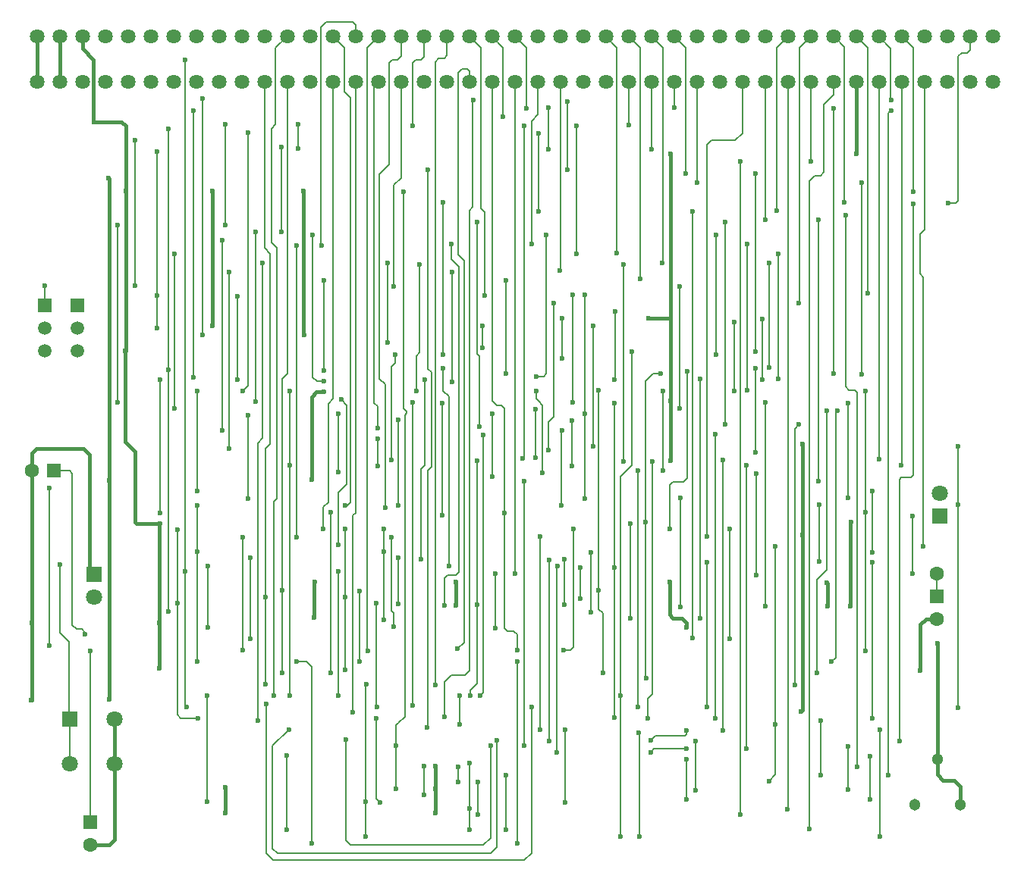
<source format=gbr>
%TF.GenerationSoftware,KiCad,Pcbnew,8.0.3*%
%TF.CreationDate,2024-07-14T08:49:10+02:00*%
%TF.ProjectId,ARIII,41524949-492e-46b6-9963-61645f706362,rev?*%
%TF.SameCoordinates,Original*%
%TF.FileFunction,Copper,L2,Bot*%
%TF.FilePolarity,Positive*%
%FSLAX46Y46*%
G04 Gerber Fmt 4.6, Leading zero omitted, Abs format (unit mm)*
G04 Created by KiCad (PCBNEW 8.0.3) date 2024-07-14 08:49:10*
%MOMM*%
%LPD*%
G01*
G04 APERTURE LIST*
%TA.AperFunction,ComponentPad*%
%ADD10C,1.303000*%
%TD*%
%TA.AperFunction,ComponentPad*%
%ADD11R,1.500000X1.500000*%
%TD*%
%TA.AperFunction,ComponentPad*%
%ADD12C,1.600000*%
%TD*%
%TA.AperFunction,ComponentPad*%
%ADD13C,1.500000*%
%TD*%
%TA.AperFunction,ComponentPad*%
%ADD14R,1.600000X1.600000*%
%TD*%
%TA.AperFunction,ComponentPad*%
%ADD15R,1.800000X1.800000*%
%TD*%
%TA.AperFunction,ComponentPad*%
%ADD16C,1.800000*%
%TD*%
%TA.AperFunction,ComponentPad*%
%ADD17C,1.635000*%
%TD*%
%TA.AperFunction,ViaPad*%
%ADD18C,0.600000*%
%TD*%
%TA.AperFunction,Conductor*%
%ADD19C,0.200000*%
%TD*%
%TA.AperFunction,Conductor*%
%ADD20C,0.400000*%
%TD*%
G04 APERTURE END LIST*
D10*
%TO.P,VR1,1,CCW*%
%TO.N,+5V*%
X191090000Y-125000000D03*
%TO.P,VR1,2,WIPER*%
X188550000Y-119920000D03*
%TO.P,VR1,3,CW*%
%TO.N,Net-(U11-DIS)*%
X186010000Y-125000000D03*
%TD*%
D11*
%TO.P,SW2,1,B*%
%TO.N,Net-(D1-K)*%
X188500000Y-101690000D03*
D12*
%TO.P,SW2,2,C*%
%TO.N,GND*%
X188500000Y-104230000D03*
%TO.P,SW2,3,A*%
%TO.N,Net-(D1-K)*%
X188500000Y-99150000D03*
%TD*%
D11*
%TO.P,Q2,1,D*%
%TO.N,/A22*%
X88900000Y-69200000D03*
D13*
%TO.P,Q2,2,G*%
%TO.N,Net-(Q1-G)*%
X88900000Y-71740000D03*
%TO.P,Q2,3,S*%
%TO.N,+5V*%
X88900000Y-74280000D03*
%TD*%
D14*
%TO.P,C1,1*%
%TO.N,Net-(U11-DIS)*%
X94000000Y-126944888D03*
D12*
%TO.P,C1,2*%
%TO.N,GND*%
X94000000Y-129444888D03*
%TD*%
D15*
%TO.P,D2,1,K*%
%TO.N,GND*%
X94450000Y-99225000D03*
D16*
%TO.P,D2,2,A*%
%TO.N,Net-(D2-A)*%
X94450000Y-101765000D03*
%TD*%
D11*
%TO.P,Q1,1,D*%
%TO.N,/A22*%
X92600000Y-69200000D03*
D13*
%TO.P,Q1,2,G*%
%TO.N,Net-(Q1-G)*%
X92600000Y-71740000D03*
%TO.P,Q1,3,S*%
%TO.N,+5V*%
X92600000Y-74280000D03*
%TD*%
D15*
%TO.P,SW1,1,1*%
%TO.N,Net-(U3-I6)*%
X91677500Y-115377500D03*
D16*
%TO.P,SW1,2,2*%
%TO.N,GND*%
X96677500Y-115377500D03*
%TO.P,SW1,3,3*%
%TO.N,Net-(U3-I6)*%
X91677500Y-120377500D03*
%TO.P,SW1,4,4*%
%TO.N,GND*%
X96677500Y-120377500D03*
%TD*%
D17*
%TO.P,CN1,1,1*%
%TO.N,GND*%
X88060000Y-39120000D03*
%TO.P,CN1,2,2*%
X88060000Y-44200000D03*
%TO.P,CN1,3,3*%
X90600000Y-39120000D03*
%TO.P,CN1,4,4*%
X90600000Y-44200000D03*
%TO.P,CN1,5,5*%
%TO.N,+5V*%
X93140000Y-39120000D03*
%TO.P,CN1,6,6*%
%TO.N,unconnected-(CN1-Pad6)*%
X93140000Y-44200000D03*
%TO.P,CN1,7,7*%
%TO.N,unconnected-(CN1-Pad7)*%
X95680000Y-39120000D03*
%TO.P,CN1,8,8*%
%TO.N,unconnected-(CN1-Pad8)*%
X95680000Y-44200000D03*
%TO.P,CN1,9,9*%
%TO.N,unconnected-(CN1-Pad9)*%
X98220000Y-39120000D03*
%TO.P,CN1,10,10*%
%TO.N,unconnected-(CN1-Pad10)*%
X98220000Y-44200000D03*
%TO.P,CN1,11,11*%
%TO.N,unconnected-(CN1-Pad11)*%
X100760000Y-39120000D03*
%TO.P,CN1,12,12*%
%TO.N,unconnected-(CN1-Pad12)*%
X100760000Y-44200000D03*
%TO.P,CN1,13,13*%
%TO.N,unconnected-(CN1-Pad13)*%
X103300000Y-39120000D03*
%TO.P,CN1,14,14*%
%TO.N,unconnected-(CN1-Pad14)*%
X103300000Y-44200000D03*
%TO.P,CN1,15,15*%
%TO.N,unconnected-(CN1-Pad15)*%
X105840000Y-39120000D03*
%TO.P,CN1,16,16*%
%TO.N,unconnected-(CN1-Pad16)*%
X105840000Y-44200000D03*
%TO.P,CN1,17,17*%
%TO.N,unconnected-(CN1-Pad17)*%
X108380000Y-39120000D03*
%TO.P,CN1,18,18*%
%TO.N,unconnected-(CN1-Pad18)*%
X108380000Y-44200000D03*
%TO.P,CN1,19,19*%
%TO.N,unconnected-(CN1-Pad19)*%
X110920000Y-39120000D03*
%TO.P,CN1,20,20*%
%TO.N,unconnected-(CN1-Pad20)*%
X110920000Y-44200000D03*
%TO.P,CN1,21,21*%
%TO.N,unconnected-(CN1-Pad21)*%
X113460000Y-39120000D03*
%TO.P,CN1,22,22*%
%TO.N,/A5*%
X113460000Y-44200000D03*
%TO.P,CN1,23,23*%
%TO.N,/A4*%
X116000000Y-39120000D03*
%TO.P,CN1,24,24*%
%TO.N,/A6*%
X116000000Y-44200000D03*
%TO.P,CN1,25,25*%
%TO.N,/A3*%
X118540000Y-39120000D03*
%TO.P,CN1,26,26*%
%TO.N,unconnected-(CN1-Pad26)*%
X118540000Y-44200000D03*
%TO.P,CN1,27,27*%
%TO.N,/A7*%
X121080000Y-39120000D03*
%TO.P,CN1,28,28*%
%TO.N,/A2*%
X121080000Y-44200000D03*
%TO.P,CN1,29,29*%
%TO.N,/A8*%
X123620000Y-39120000D03*
%TO.P,CN1,30,30*%
%TO.N,/A1*%
X123620000Y-44200000D03*
%TO.P,CN1,31,31*%
%TO.N,/A9*%
X126160000Y-39120000D03*
%TO.P,CN1,32,32*%
%TO.N,/~{FC0}*%
X126160000Y-44200000D03*
%TO.P,CN1,33,33*%
%TO.N,/A10*%
X128700000Y-39120000D03*
%TO.P,CN1,34,34*%
%TO.N,/~{FC1}*%
X128700000Y-44200000D03*
%TO.P,CN1,35,35*%
%TO.N,/A11*%
X131240000Y-39120000D03*
%TO.P,CN1,36,36*%
%TO.N,unconnected-(CN1-Pad36)*%
X131240000Y-44200000D03*
%TO.P,CN1,37,37*%
%TO.N,/A12*%
X133780000Y-39120000D03*
%TO.P,CN1,38,38*%
%TO.N,unconnected-(CN1-Pad38)*%
X133780000Y-44200000D03*
%TO.P,CN1,39,39*%
%TO.N,/~{IPL0}*%
X136320000Y-39120000D03*
%TO.P,CN1,40,40*%
%TO.N,/A13*%
X136320000Y-44200000D03*
%TO.P,CN1,41,41*%
%TO.N,/~{IPL1}*%
X138860000Y-39120000D03*
%TO.P,CN1,42,42*%
%TO.N,/A14*%
X138860000Y-44200000D03*
%TO.P,CN1,43,43*%
%TO.N,/~{IPL2}*%
X141400000Y-39120000D03*
%TO.P,CN1,44,44*%
%TO.N,/A15*%
X141400000Y-44200000D03*
%TO.P,CN1,45,45*%
%TO.N,unconnected-(CN1-Pad45)*%
X143940000Y-39120000D03*
%TO.P,CN1,46,46*%
%TO.N,/A16*%
X143940000Y-44200000D03*
%TO.P,CN1,47,47*%
%TO.N,unconnected-(CN1-Pad47)*%
X146480000Y-39120000D03*
%TO.P,CN1,48,48*%
%TO.N,/A17*%
X146480000Y-44200000D03*
%TO.P,CN1,49,49*%
%TO.N,unconnected-(CN1-Pad49)*%
X149020000Y-39120000D03*
%TO.P,CN1,50,50*%
%TO.N,unconnected-(CN1-Pad50)*%
X149020000Y-44200000D03*
%TO.P,CN1,51,51*%
%TO.N,/A18*%
X151560000Y-39120000D03*
%TO.P,CN1,52,52*%
%TO.N,unconnected-(CN1-Pad52)*%
X151560000Y-44200000D03*
%TO.P,CN1,53,53*%
%TO.N,/A19*%
X154100000Y-39120000D03*
%TO.P,CN1,54,54*%
%TO.N,/~{RST}*%
X154100000Y-44200000D03*
%TO.P,CN1,55,55*%
%TO.N,/A20*%
X156640000Y-39120000D03*
%TO.P,CN1,56,56*%
%TO.N,/~{HLT}*%
X156640000Y-44200000D03*
%TO.P,CN1,57,57*%
%TO.N,/A21*%
X159180000Y-39120000D03*
%TO.P,CN1,58,58*%
%TO.N,/A22*%
X159180000Y-44200000D03*
%TO.P,CN1,59,59*%
%TO.N,unconnected-(CN1-Pad59)*%
X161720000Y-39120000D03*
%TO.P,CN1,60,60*%
%TO.N,/A23*%
X161720000Y-44200000D03*
%TO.P,CN1,61,61*%
%TO.N,unconnected-(CN1-Pad61)*%
X164260000Y-39120000D03*
%TO.P,CN1,62,62*%
%TO.N,unconnected-(CN1-Pad62)*%
X164260000Y-44200000D03*
%TO.P,CN1,63,63*%
%TO.N,unconnected-(CN1-Pad63)*%
X166800000Y-39120000D03*
%TO.P,CN1,64,64*%
%TO.N,/D15*%
X166800000Y-44200000D03*
%TO.P,CN1,65,65*%
%TO.N,unconnected-(CN1-Pad65)*%
X169340000Y-39120000D03*
%TO.P,CN1,66,66*%
%TO.N,/D14*%
X169340000Y-44200000D03*
%TO.P,CN1,67,67*%
%TO.N,/R_W*%
X171880000Y-39120000D03*
%TO.P,CN1,68,68*%
%TO.N,/D13*%
X171880000Y-44200000D03*
%TO.P,CN1,69,69*%
%TO.N,/~{LDS}*%
X174420000Y-39120000D03*
%TO.P,CN1,70,70*%
%TO.N,/D12*%
X174420000Y-44200000D03*
%TO.P,CN1,71,71*%
%TO.N,/~{UDS}*%
X176960000Y-39120000D03*
%TO.P,CN1,72,72*%
%TO.N,/D11*%
X176960000Y-44200000D03*
%TO.P,CN1,73,73*%
%TO.N,/~{AS}*%
X179500000Y-39120000D03*
%TO.P,CN1,74,74*%
%TO.N,GND*%
X179500000Y-44200000D03*
%TO.P,CN1,75,75*%
%TO.N,/D10*%
X182040000Y-39120000D03*
%TO.P,CN1,76,76*%
%TO.N,/D0*%
X182040000Y-44200000D03*
%TO.P,CN1,77,77*%
%TO.N,/D9*%
X184580000Y-39120000D03*
%TO.P,CN1,78,78*%
%TO.N,/D1*%
X184580000Y-44200000D03*
%TO.P,CN1,79,79*%
%TO.N,/D8*%
X187120000Y-39120000D03*
%TO.P,CN1,80,80*%
%TO.N,/D2*%
X187120000Y-44200000D03*
%TO.P,CN1,81,81*%
%TO.N,/D7*%
X189660000Y-39120000D03*
%TO.P,CN1,82,82*%
%TO.N,/D3*%
X189660000Y-44200000D03*
%TO.P,CN1,83,83*%
%TO.N,/D6*%
X192200000Y-39120000D03*
%TO.P,CN1,84,84*%
%TO.N,/D4*%
X192200000Y-44200000D03*
%TO.P,CN1,85,85*%
%TO.N,/D5*%
X194740000Y-39120000D03*
%TO.P,CN1,86,86*%
%TO.N,unconnected-(CN1-Pad86)*%
X194740000Y-44200000D03*
%TD*%
D14*
%TO.P,C6,1*%
%TO.N,Net-(D3-K)*%
X89950000Y-87650000D03*
D12*
%TO.P,C6,2*%
%TO.N,GND*%
X87450000Y-87650000D03*
%TD*%
D15*
%TO.P,D1,1,K*%
%TO.N,Net-(D1-K)*%
X188850000Y-92700000D03*
D16*
%TO.P,D1,2,A*%
%TO.N,Net-(D1-A)*%
X188850000Y-90160000D03*
%TD*%
D18*
%TO.N,Net-(U3-I6)*%
X133300000Y-80050000D03*
X90600000Y-98100000D03*
X133300000Y-92650000D03*
%TO.N,Net-(U10-~{CE})*%
X127200000Y-73300000D03*
X113250000Y-64400000D03*
X127150000Y-64400000D03*
X112700000Y-115600000D03*
%TO.N,Net-(U2-IO1)*%
X118850000Y-61250000D03*
X163850000Y-61250000D03*
X163850000Y-74700000D03*
X143800000Y-77100000D03*
X120100000Y-77650000D03*
X144900000Y-61250000D03*
%TO.N,/A5*%
X122450000Y-109850000D03*
X113600000Y-111500000D03*
X156100000Y-110850000D03*
X122450000Y-94100000D03*
X122450000Y-101750000D03*
X113600000Y-101750000D03*
X156000000Y-93400000D03*
X157700000Y-76800000D03*
%TO.N,/A8*%
X165350000Y-94150000D03*
X158650000Y-94150000D03*
X127850000Y-105050000D03*
X117050000Y-62500000D03*
X160650000Y-76500000D03*
X117050000Y-95100000D03*
X119850000Y-62500000D03*
X146800000Y-107700000D03*
X111050000Y-95100000D03*
X147900000Y-94150000D03*
X165350000Y-106450000D03*
X127650000Y-95100000D03*
X111050000Y-107685000D03*
%TO.N,/~{IPL2}*%
X106550000Y-46050000D03*
X106550000Y-72450000D03*
X142700000Y-47150000D03*
%TO.N,/A15*%
X141400000Y-99150000D03*
X139200000Y-99150000D03*
X168300000Y-99300000D03*
X139200000Y-105200000D03*
X107150000Y-105150000D03*
X107150000Y-98250000D03*
X168300000Y-87950000D03*
%TO.N,GND*%
X158750000Y-86550000D03*
X158750000Y-79800000D03*
X179500000Y-52250000D03*
X132500000Y-123200000D03*
X186650000Y-110000000D03*
X96000000Y-54950000D03*
X132500000Y-125900000D03*
X109100000Y-123050000D03*
X120100000Y-78850000D03*
X109100000Y-125900000D03*
X96100000Y-113200000D03*
X87450000Y-104650000D03*
X173350000Y-114550000D03*
X132500000Y-120650000D03*
X87400000Y-113300000D03*
X156300000Y-70600000D03*
X96100000Y-88700000D03*
X173500000Y-94850000D03*
X158750000Y-52250000D03*
X173500000Y-84650000D03*
X118700000Y-88600000D03*
%TO.N,+5V*%
X188550000Y-106950000D03*
X107650000Y-71450000D03*
X158650000Y-100050000D03*
X134800000Y-102700000D03*
X176250000Y-100150000D03*
X97950000Y-56400000D03*
X94400000Y-48650000D03*
X119100000Y-100050000D03*
X101700000Y-104600000D03*
X117850000Y-72500000D03*
X160550000Y-105150000D03*
X101750000Y-93550000D03*
X117800000Y-56400000D03*
X118950000Y-104050000D03*
X176300000Y-102800000D03*
X178850000Y-102800000D03*
X97880000Y-74280000D03*
X134800000Y-100050000D03*
X178900000Y-93350000D03*
X107650000Y-56400000D03*
X101700000Y-109700000D03*
%TO.N,/~{OE}*%
X116250000Y-87000000D03*
X116300000Y-112765000D03*
X116300000Y-78750000D03*
X137550000Y-112750000D03*
X137850000Y-83650000D03*
X138850000Y-81300000D03*
X138850000Y-88300000D03*
%TO.N,Net-(U4-IO4)*%
X153500000Y-64600000D03*
X130750000Y-64600000D03*
X130400000Y-78750000D03*
X156750000Y-86600000D03*
X153500000Y-86600000D03*
X156200000Y-115300000D03*
%TO.N,Net-(U4-IO5)*%
X130000000Y-80000000D03*
X129950000Y-113900000D03*
%TO.N,/A1*%
X147000000Y-116600000D03*
X125900000Y-115300000D03*
X126350000Y-124700000D03*
X163750000Y-115350000D03*
X163750000Y-83600000D03*
X123300000Y-114650000D03*
X147000000Y-124700000D03*
%TO.N,Net-(U4-IO8)*%
X181300000Y-115350000D03*
X122050000Y-79650000D03*
X181300000Y-97850000D03*
X121700000Y-95900000D03*
%TO.N,/A16*%
X133500000Y-102700000D03*
X167350000Y-78650000D03*
X167350000Y-62300000D03*
X169350000Y-80000000D03*
X169350000Y-102750000D03*
X143250000Y-62300000D03*
X134300000Y-62300000D03*
%TO.N,Net-(U2-I8)*%
X126050000Y-87100000D03*
X147800000Y-82050000D03*
X147800000Y-87150000D03*
X126050000Y-84050000D03*
%TO.N,Net-(U2-I9)*%
X128350000Y-91500000D03*
X146600000Y-91500000D03*
X146650000Y-83150000D03*
X128350000Y-81950000D03*
%TO.N,Net-(U3-IO4)*%
X121700000Y-87750000D03*
X121700000Y-81300000D03*
X143750000Y-78750000D03*
X144500000Y-87900000D03*
%TO.N,/A9*%
X118700000Y-129250000D03*
X124950000Y-107750000D03*
X176700000Y-109000000D03*
X141650000Y-109000000D03*
X177400000Y-80950000D03*
X141650000Y-129250000D03*
X117000000Y-108950000D03*
%TO.N,Net-(U2-IO7)*%
X120100000Y-76450000D03*
X140400000Y-66350000D03*
X143700000Y-86200000D03*
X140400000Y-76750000D03*
X143700000Y-80800000D03*
X120100000Y-66350000D03*
%TO.N,Net-(U2-IO8)*%
X150100000Y-71450000D03*
X137800000Y-73900000D03*
X150100000Y-84900000D03*
X137800000Y-71450000D03*
%TO.N,Net-(U3-IO2)*%
X146700000Y-70600000D03*
X146700000Y-75100000D03*
%TO.N,Net-(U3-I03)*%
X152500000Y-77500000D03*
X152550000Y-69850000D03*
%TO.N,Net-(U3-I5)*%
X134350000Y-77700000D03*
X109500000Y-85200000D03*
X134350000Y-65400000D03*
X109500000Y-65400000D03*
%TO.N,Net-(U2-IO6)*%
X137200000Y-59850000D03*
X164850000Y-59850000D03*
X164850000Y-82500000D03*
X137450000Y-82700000D03*
%TO.N,Net-(U3-IO5)*%
X147850000Y-80020000D03*
X147850000Y-67950000D03*
%TO.N,/~{FC0}*%
X126050000Y-82850000D03*
%TO.N,/A17*%
X146450000Y-65300000D03*
%TO.N,Net-(U1-IO8)*%
X168250000Y-76200000D03*
X168250000Y-85600000D03*
%TO.N,Net-(U1-IO2)*%
X169000000Y-77500000D03*
X169000000Y-70650000D03*
%TO.N,/A18*%
X170800000Y-77400000D03*
X170800000Y-63400000D03*
X152800000Y-63350000D03*
%TO.N,Net-(U1-IO1)*%
X165850000Y-71050000D03*
X165850000Y-78750000D03*
%TO.N,Net-(Q1-G)*%
X101450000Y-52000000D03*
X101450000Y-71700000D03*
X101450000Y-68100000D03*
%TO.N,Net-(D1-K)*%
X185750000Y-99100000D03*
X181300000Y-89950000D03*
X185750000Y-92700000D03*
X105900000Y-78700000D03*
X105900000Y-89950000D03*
X181300000Y-96800000D03*
%TO.N,/A19*%
X155400000Y-66200000D03*
%TO.N,/A10*%
X120850000Y-92300000D03*
X120850000Y-110200000D03*
X175150000Y-110250000D03*
X176225000Y-80925000D03*
X126900000Y-91750000D03*
%TO.N,/~{FC1}*%
X159750000Y-67050000D03*
X127900000Y-67050000D03*
X159750000Y-80650000D03*
%TO.N,Net-(U5-I7)*%
X97050000Y-60200000D03*
X117200000Y-51600000D03*
X117200000Y-48950000D03*
X109100000Y-60200000D03*
X109100000Y-48950000D03*
X97050000Y-80000000D03*
%TO.N,Net-(U5-IO5)*%
X112500000Y-79950000D03*
X112500000Y-60950000D03*
X115300000Y-60950000D03*
X115300000Y-51450000D03*
%TO.N,Net-(U5-IO6)*%
X108700000Y-61900000D03*
X108700000Y-83150000D03*
%TO.N,/A11*%
X190850000Y-91400000D03*
X143250000Y-114050000D03*
X137150000Y-102600000D03*
X113650000Y-113700000D03*
X130000000Y-49100000D03*
X175350000Y-91400000D03*
X137150000Y-86500000D03*
X142300000Y-86300000D03*
X146950000Y-102600000D03*
X142400000Y-49100000D03*
X190850000Y-114100000D03*
X136450000Y-112750000D03*
X162850000Y-114000000D03*
X175350000Y-97750000D03*
X146950000Y-97550000D03*
X190850000Y-84950000D03*
X162850000Y-97850000D03*
%TO.N,/A12*%
X172650000Y-111550000D03*
X173100000Y-82500000D03*
X132550000Y-111550000D03*
%TO.N,/~{IPL0}*%
X138050000Y-68100000D03*
X110450000Y-77450000D03*
X110450000Y-68150000D03*
%TO.N,/~{RST}*%
X103400000Y-63450000D03*
X148250000Y-63450000D03*
X148250000Y-49100000D03*
X103400000Y-80700000D03*
X154150000Y-49050000D03*
%TO.N,/A13*%
X159850000Y-90650000D03*
X159850000Y-102850000D03*
X178600000Y-90650000D03*
X128400000Y-102550000D03*
X149850000Y-96750000D03*
X135000000Y-107550000D03*
X149850000Y-103450000D03*
X178600000Y-80100000D03*
X111900000Y-106400000D03*
X111900000Y-97400000D03*
X128400000Y-97400000D03*
%TO.N,/A20*%
X169750000Y-64400000D03*
X169750000Y-76100000D03*
X157850000Y-64400000D03*
%TO.N,/~{IPL1}*%
X105550000Y-77200000D03*
X105550000Y-47400000D03*
X140100000Y-48100000D03*
%TO.N,/A14*%
X141650000Y-107650000D03*
X140200000Y-92350000D03*
X180500000Y-107750000D03*
X180500000Y-78700000D03*
X180500000Y-92250000D03*
%TO.N,/~{HLT}*%
X156650000Y-51700000D03*
X111050000Y-78700000D03*
X111600000Y-49850000D03*
%TO.N,/A21*%
X160500000Y-54400000D03*
X168250000Y-74300000D03*
X168250000Y-54400000D03*
%TO.N,/A22*%
X159200000Y-47100000D03*
X99000000Y-50700000D03*
X176950000Y-76800000D03*
X145150000Y-47100000D03*
X88900000Y-67000000D03*
X145150000Y-51750000D03*
X99000000Y-67000000D03*
X177000000Y-47150000D03*
%TO.N,Net-(U11-DIS)*%
X94000000Y-107800000D03*
%TO.N,Net-(D3-A)*%
X89450000Y-107150000D03*
X101750000Y-77450000D03*
X89400000Y-89600000D03*
X101750000Y-92400000D03*
%TO.N,Net-(D3-K)*%
X93400000Y-105900000D03*
%TO.N,/A23*%
X161700000Y-55450000D03*
X180100000Y-76850000D03*
X180100000Y-55450000D03*
%TO.N,/D15*%
X144250000Y-116600000D03*
X139400000Y-117750000D03*
X116150000Y-116550000D03*
X144250000Y-94950000D03*
X162850000Y-94950000D03*
%TO.N,/A3*%
X135200000Y-112750000D03*
X121650000Y-98900000D03*
X121650000Y-112750000D03*
X157900000Y-78750000D03*
X135250000Y-115950000D03*
X104550000Y-41700000D03*
X157900000Y-87600000D03*
X155150000Y-87600000D03*
X104550000Y-98900000D03*
X104750000Y-114050000D03*
X155150000Y-114050000D03*
%TO.N,/A4*%
X154450000Y-74300000D03*
X124750000Y-124650000D03*
X107000000Y-112750000D03*
X153200000Y-112750000D03*
X153200000Y-128550000D03*
X124750000Y-128550000D03*
X114450000Y-112750000D03*
X124800000Y-111500000D03*
X107000000Y-124650000D03*
%TO.N,/A6*%
X115400000Y-110250000D03*
X124050000Y-101050000D03*
X124050000Y-108950000D03*
X115400000Y-101000000D03*
X150750000Y-78650000D03*
X151200000Y-110200000D03*
X150750000Y-101000000D03*
%TO.N,/A7*%
X126750000Y-94150000D03*
X105950000Y-91550000D03*
X154300000Y-93550000D03*
X162050000Y-104100000D03*
X154300000Y-104100000D03*
X105950000Y-96700000D03*
X126750000Y-96700000D03*
X105950000Y-108950000D03*
X122450000Y-91550000D03*
X126750000Y-104300000D03*
X162050000Y-77400000D03*
%TO.N,/A2*%
X152500000Y-98500000D03*
X152500000Y-115250000D03*
X106000000Y-115300000D03*
X120000000Y-94150000D03*
X148700000Y-98500000D03*
X103700000Y-94200000D03*
X152500000Y-80050000D03*
X103700000Y-102450000D03*
X148700000Y-101950000D03*
X125950000Y-102400000D03*
X126010000Y-114040000D03*
%TO.N,/D14*%
X175250000Y-59600000D03*
X122500000Y-117700000D03*
X142400000Y-88800000D03*
X138700000Y-118350000D03*
X175250000Y-88800000D03*
X169340000Y-59560000D03*
X142400000Y-118350000D03*
%TO.N,/R_W*%
X102700000Y-103400000D03*
X102700000Y-49450000D03*
X102700000Y-76400000D03*
X144000000Y-58650000D03*
X144000000Y-49950000D03*
X161200000Y-106350000D03*
X161250000Y-58650000D03*
X170600000Y-58550000D03*
%TO.N,/D13*%
X115900000Y-119450000D03*
X136350000Y-125400000D03*
X115900000Y-127750000D03*
X171850000Y-125450000D03*
X136340000Y-120300000D03*
X136350000Y-127750000D03*
%TO.N,/~{LDS}*%
X145150000Y-85300000D03*
X145750000Y-68900000D03*
X173050000Y-68900000D03*
%TO.N,/D12*%
X137250000Y-122450000D03*
X166550000Y-126100000D03*
X135050000Y-122450000D03*
X137250000Y-126100000D03*
X166550000Y-53100000D03*
X135050000Y-120700000D03*
X174450000Y-53100000D03*
%TO.N,/~{UDS}*%
X178200000Y-57650000D03*
X133400000Y-74700000D03*
X127650000Y-86400000D03*
X133400000Y-57650000D03*
X128050000Y-74700000D03*
%TO.N,/D11*%
X140400000Y-127750000D03*
X174300000Y-127700000D03*
X140400000Y-121650000D03*
%TO.N,/~{AS}*%
X111600000Y-90750000D03*
X180750000Y-67850000D03*
X111600000Y-81450000D03*
X149200000Y-81250000D03*
X149200000Y-90750000D03*
X149200000Y-67950000D03*
%TO.N,/D3*%
X183400000Y-47400000D03*
X175500000Y-121650000D03*
X183100000Y-121650000D03*
X175500000Y-115550000D03*
%TO.N,/D10*%
X131700000Y-54050000D03*
X147250000Y-54050000D03*
X147250000Y-46400000D03*
X131250000Y-123900000D03*
X183400000Y-46200000D03*
X131600000Y-116300000D03*
X131250000Y-120650000D03*
%TO.N,/D8*%
X133500000Y-115100000D03*
X136750000Y-46200000D03*
%TO.N,/D0*%
X131300000Y-77450000D03*
X145200000Y-117850000D03*
X145200000Y-97600000D03*
X156550000Y-117800000D03*
X160580000Y-116630000D03*
X164600000Y-86400000D03*
X182050000Y-86350000D03*
X130900000Y-97550000D03*
X164600000Y-116650000D03*
%TO.N,/D4*%
X179600000Y-120750000D03*
X178300000Y-59050000D03*
%TO.N,/D9*%
X128150000Y-118350000D03*
X128950000Y-56450000D03*
X128150000Y-123150000D03*
X185850000Y-56450000D03*
%TO.N,/D2*%
X187000000Y-96050000D03*
X169750000Y-122300000D03*
X170450000Y-96050000D03*
X170450000Y-116000000D03*
%TO.N,/D7*%
X182100000Y-128550000D03*
X182100000Y-116600000D03*
X155300000Y-128550000D03*
X155250000Y-116900000D03*
%TO.N,/D6*%
X189800000Y-57750000D03*
X185900000Y-57800000D03*
X184300000Y-117850000D03*
X161600000Y-123350000D03*
X161600000Y-117850000D03*
X178600000Y-123300000D03*
X178600000Y-118400000D03*
%TO.N,/D1*%
X146100000Y-119100000D03*
X160550000Y-118700000D03*
X133400000Y-76200000D03*
X167250000Y-87050000D03*
X146150000Y-98300000D03*
X134050000Y-98300000D03*
X156550000Y-119100000D03*
X184500000Y-87050000D03*
X167250000Y-118700000D03*
%TO.N,/D5*%
X181050000Y-124350000D03*
X160550000Y-119850000D03*
X181050000Y-119500000D03*
X160550000Y-124350000D03*
%TD*%
D19*
%TO.N,/A8*%
X127850000Y-103500000D02*
X127850000Y-105050000D01*
X127650000Y-103300000D02*
X127850000Y-103500000D01*
%TO.N,Net-(U3-I6)*%
X91677500Y-120377500D02*
X91677500Y-115377500D01*
X133300000Y-92650000D02*
X133300000Y-80050000D01*
X90600000Y-98100000D02*
X90600000Y-105700000D01*
X90600000Y-105700000D02*
X91650000Y-106750000D01*
X91650000Y-106750000D02*
X91650000Y-115350000D01*
X91650000Y-115350000D02*
X91677500Y-115377500D01*
%TO.N,Net-(U10-~{CE})*%
X112700000Y-84550000D02*
X112700000Y-115600000D01*
X127150000Y-64400000D02*
X127200000Y-64450000D01*
X127200000Y-64450000D02*
X127200000Y-73300000D01*
X113250000Y-84000000D02*
X112700000Y-84550000D01*
X113250000Y-64400000D02*
X113250000Y-84000000D01*
%TO.N,Net-(U2-IO1)*%
X118850000Y-77200000D02*
X118850000Y-61250000D01*
X144900000Y-76800000D02*
X144600000Y-77100000D01*
X144600000Y-77100000D02*
X143800000Y-77100000D01*
X163850000Y-61250000D02*
X163850000Y-74700000D01*
X144900000Y-61250000D02*
X144900000Y-76800000D01*
X119300000Y-77650000D02*
X118850000Y-77200000D01*
X120100000Y-77650000D02*
X119300000Y-77650000D01*
%TO.N,/A5*%
X114100000Y-63400000D02*
X113460000Y-62760000D01*
X122450000Y-94100000D02*
X122450000Y-101750000D01*
X156000000Y-77650000D02*
X156000000Y-93400000D01*
X113600000Y-101750000D02*
X113600000Y-85200000D01*
X113600000Y-85200000D02*
X114100000Y-84700000D01*
X156850000Y-76800000D02*
X156000000Y-77650000D01*
X157700000Y-76800000D02*
X156850000Y-76800000D01*
X113460000Y-62760000D02*
X113460000Y-44200000D01*
X156000000Y-110750000D02*
X156100000Y-110850000D01*
X113600000Y-111500000D02*
X113600000Y-101750000D01*
X114100000Y-84700000D02*
X114100000Y-63400000D01*
X156000000Y-93400000D02*
X156000000Y-110750000D01*
X122450000Y-101750000D02*
X122450000Y-109850000D01*
%TO.N,/A8*%
X160650000Y-88500000D02*
X160650000Y-76500000D01*
X160250000Y-88900000D02*
X160650000Y-88500000D01*
X147950000Y-94200000D02*
X147900000Y-94150000D01*
X119850000Y-62500000D02*
X119750000Y-62400000D01*
X127650000Y-95100000D02*
X127650000Y-103300000D01*
X159000000Y-88900000D02*
X160250000Y-88900000D01*
X147950000Y-107350000D02*
X147950000Y-94200000D01*
X165350000Y-94150000D02*
X165350000Y-106450000D01*
X123620000Y-37820000D02*
X123620000Y-39120000D01*
X120350000Y-37500000D02*
X123300000Y-37500000D01*
X123300000Y-37500000D02*
X123620000Y-37820000D01*
X117050000Y-95100000D02*
X117050000Y-62500000D01*
X119750000Y-38100000D02*
X120350000Y-37500000D01*
X111050000Y-107685000D02*
X111050000Y-95100000D01*
X147600000Y-107700000D02*
X147950000Y-107350000D01*
X158650000Y-94150000D02*
X158650000Y-89250000D01*
X146800000Y-107700000D02*
X147600000Y-107700000D01*
X119750000Y-62400000D02*
X119750000Y-38100000D01*
X158650000Y-89250000D02*
X159000000Y-88900000D01*
%TO.N,/~{IPL2}*%
X142700000Y-47150000D02*
X142700000Y-40420000D01*
X142700000Y-40420000D02*
X141400000Y-39120000D01*
X106550000Y-72450000D02*
X106550000Y-46050000D01*
%TO.N,/A15*%
X168300000Y-87950000D02*
X168300000Y-99300000D01*
X139200000Y-99150000D02*
X139200000Y-105200000D01*
X141400000Y-99150000D02*
X141400000Y-44200000D01*
X107150000Y-98250000D02*
X107150000Y-105150000D01*
D20*
%TO.N,GND*%
X93200000Y-85150000D02*
X93900000Y-85850000D01*
X94450000Y-98900000D02*
X94450000Y-99225000D01*
X93900000Y-98350000D02*
X94450000Y-98900000D01*
X90600000Y-39120000D02*
X90600000Y-44200000D01*
X173500000Y-114400000D02*
X173500000Y-94850000D01*
X187270000Y-104230000D02*
X186650000Y-104850000D01*
X158750000Y-70600000D02*
X158750000Y-79800000D01*
X88000000Y-85150000D02*
X93200000Y-85150000D01*
X132500000Y-123200000D02*
X132500000Y-120650000D01*
X158750000Y-70600000D02*
X156300000Y-70600000D01*
X93900000Y-85850000D02*
X93900000Y-98350000D01*
X87450000Y-87650000D02*
X87450000Y-113250000D01*
X173500000Y-94850000D02*
X173500000Y-84650000D01*
X96677500Y-120377500D02*
X96677500Y-128872500D01*
X87450000Y-85700000D02*
X88000000Y-85150000D01*
X179500000Y-44200000D02*
X179500000Y-52250000D01*
X109100000Y-125900000D02*
X109100000Y-123050000D01*
X158750000Y-52250000D02*
X158750000Y-70600000D01*
X96100000Y-88700000D02*
X96100000Y-113200000D01*
X96105112Y-129444888D02*
X94000000Y-129444888D01*
X188500000Y-104230000D02*
X187270000Y-104230000D01*
X96000000Y-54950000D02*
X96101600Y-55051600D01*
X173350000Y-114550000D02*
X173500000Y-114400000D01*
X118700000Y-79400000D02*
X119250000Y-78850000D01*
X96677500Y-128872500D02*
X96105112Y-129444888D01*
X87450000Y-113250000D02*
X87450000Y-104650000D01*
X88060000Y-44200000D02*
X88060000Y-39120000D01*
X96677500Y-115377500D02*
X96677500Y-120377500D01*
X96101600Y-55051600D02*
X96101600Y-88698400D01*
X119250000Y-78850000D02*
X120100000Y-78850000D01*
X96101600Y-88698400D02*
X96100000Y-88700000D01*
X186650000Y-104850000D02*
X186650000Y-110000000D01*
X87450000Y-87650000D02*
X87450000Y-85700000D01*
X132500000Y-123200000D02*
X132500000Y-125900000D01*
X87450000Y-113250000D02*
X87400000Y-113300000D01*
X158750000Y-79800000D02*
X158750000Y-86550000D01*
X118700000Y-88600000D02*
X118700000Y-79400000D01*
%TO.N,+5V*%
X189200000Y-122250000D02*
X188550000Y-121600000D01*
X158650000Y-100050000D02*
X158650000Y-103700000D01*
X118950000Y-100200000D02*
X118950000Y-104050000D01*
X176250000Y-100150000D02*
X176300000Y-100200000D01*
X158650000Y-103700000D02*
X159050000Y-104100000D01*
X99150000Y-93550000D02*
X99000000Y-93400000D01*
X188550000Y-121600000D02*
X188550000Y-119920000D01*
X94357500Y-48607500D02*
X94357500Y-41707500D01*
X97950000Y-49100000D02*
X97500000Y-48650000D01*
X190400000Y-122250000D02*
X189200000Y-122250000D01*
X101750000Y-93550000D02*
X99150000Y-93550000D01*
X191090000Y-125000000D02*
X191090000Y-122940000D01*
X99000000Y-93400000D02*
X99000000Y-85500000D01*
X176300000Y-100200000D02*
X176300000Y-102800000D01*
X93140000Y-40490000D02*
X93140000Y-39120000D01*
X97950000Y-56400000D02*
X97950000Y-49100000D01*
X101700000Y-104600000D02*
X101700000Y-109700000D01*
X97950000Y-74210000D02*
X97880000Y-74280000D01*
X160550000Y-104600000D02*
X160550000Y-105150000D01*
X160050000Y-104100000D02*
X160550000Y-104600000D01*
X94400000Y-48650000D02*
X94357500Y-48607500D01*
X191090000Y-122940000D02*
X190400000Y-122250000D01*
X117800000Y-72450000D02*
X117800000Y-56400000D01*
X97950000Y-56400000D02*
X97950000Y-74210000D01*
X178900000Y-93350000D02*
X178850000Y-93400000D01*
X107650000Y-71450000D02*
X107650000Y-56400000D01*
X178850000Y-93400000D02*
X178850000Y-102800000D01*
X97500000Y-48650000D02*
X94400000Y-48650000D01*
X101750000Y-93550000D02*
X101700000Y-93600000D01*
X134800000Y-102700000D02*
X134800000Y-100050000D01*
X119100000Y-100050000D02*
X118950000Y-100200000D01*
X188550000Y-106950000D02*
X188550000Y-119920000D01*
X101700000Y-93600000D02*
X101700000Y-104600000D01*
X117850000Y-72500000D02*
X117800000Y-72450000D01*
X97880000Y-84380000D02*
X97880000Y-74280000D01*
X94357500Y-41707500D02*
X93140000Y-40490000D01*
X159050000Y-104100000D02*
X160050000Y-104100000D01*
X99000000Y-85500000D02*
X97880000Y-84380000D01*
D19*
%TO.N,/~{OE}*%
X116250000Y-78800000D02*
X116300000Y-78750000D01*
X116250000Y-112715000D02*
X116250000Y-87000000D01*
X116250000Y-87000000D02*
X116250000Y-78800000D01*
X116300000Y-112765000D02*
X116250000Y-112715000D01*
X138850000Y-88300000D02*
X138850000Y-81300000D01*
X137850000Y-112450000D02*
X137550000Y-112750000D01*
X137850000Y-83650000D02*
X137850000Y-112450000D01*
%TO.N,Net-(U4-IO4)*%
X130400000Y-78750000D02*
X130400000Y-74800000D01*
X156750000Y-86600000D02*
X156700000Y-86650000D01*
X130400000Y-74800000D02*
X130750000Y-74450000D01*
X153500000Y-64600000D02*
X153500000Y-86600000D01*
X156700000Y-112600000D02*
X156200000Y-113100000D01*
X156700000Y-86650000D02*
X156700000Y-112600000D01*
X156200000Y-113100000D02*
X156200000Y-115300000D01*
X130750000Y-74450000D02*
X130750000Y-64600000D01*
%TO.N,Net-(U4-IO5)*%
X130000000Y-113850000D02*
X129950000Y-113900000D01*
X130000000Y-80000000D02*
X130000000Y-113850000D01*
%TO.N,/A1*%
X126350000Y-124700000D02*
X125900000Y-124250000D01*
X123300000Y-92650000D02*
X123620000Y-92330000D01*
X123300000Y-114650000D02*
X123300000Y-92650000D01*
X125900000Y-124250000D02*
X125900000Y-115300000D01*
X163750000Y-83600000D02*
X163750000Y-115350000D01*
X147000000Y-124700000D02*
X147000000Y-116600000D01*
X123620000Y-92330000D02*
X123620000Y-44200000D01*
%TO.N,Net-(U4-IO8)*%
X122650000Y-89150000D02*
X121700000Y-90100000D01*
X122050000Y-79650000D02*
X122050000Y-79700000D01*
X122650000Y-81850000D02*
X122650000Y-89150000D01*
X121700000Y-90100000D02*
X121700000Y-95900000D01*
X122050000Y-79700000D02*
X122650000Y-80300000D01*
X181300000Y-97850000D02*
X181300000Y-115350000D01*
X122650000Y-80300000D02*
X122650000Y-81850000D01*
%TO.N,/A16*%
X135150000Y-64850000D02*
X134300000Y-64000000D01*
X143250000Y-62300000D02*
X143250000Y-48550000D01*
X134300000Y-64000000D02*
X134300000Y-62300000D01*
X143250000Y-48550000D02*
X143950000Y-47850000D01*
X143940000Y-47840000D02*
X143940000Y-44200000D01*
X143950000Y-47850000D02*
X143940000Y-47840000D01*
X167350000Y-78650000D02*
X167350000Y-62300000D01*
X133850000Y-99300000D02*
X134850000Y-99300000D01*
X133500000Y-102700000D02*
X133500000Y-99650000D01*
X133500000Y-99650000D02*
X133850000Y-99300000D01*
X135150000Y-99000000D02*
X135150000Y-64850000D01*
X169350000Y-80000000D02*
X169350000Y-102750000D01*
X134850000Y-99300000D02*
X135150000Y-99000000D01*
%TO.N,Net-(U2-I8)*%
X147800000Y-82050000D02*
X147800000Y-87150000D01*
X126050000Y-84050000D02*
X126050000Y-87100000D01*
%TO.N,Net-(U2-I9)*%
X128350000Y-81950000D02*
X128350000Y-91500000D01*
X146600000Y-91500000D02*
X146600000Y-83200000D01*
X146600000Y-83200000D02*
X146650000Y-83150000D01*
%TO.N,Net-(U3-IO4)*%
X144500000Y-80300000D02*
X144000000Y-79800000D01*
X121700000Y-87750000D02*
X121700000Y-81300000D01*
X144000000Y-79800000D02*
X143750000Y-79550000D01*
X144500000Y-87900000D02*
X144500000Y-80300000D01*
X143750000Y-79550000D02*
X143750000Y-78750000D01*
%TO.N,/A9*%
X124900000Y-107700000D02*
X124900000Y-40380000D01*
X124900000Y-40380000D02*
X126160000Y-39120000D01*
X177400000Y-80950000D02*
X177200000Y-81150000D01*
X118700000Y-109550000D02*
X118700000Y-129250000D01*
X118100000Y-108950000D02*
X118700000Y-109550000D01*
X117000000Y-108950000D02*
X118100000Y-108950000D01*
X124950000Y-107750000D02*
X124900000Y-107700000D01*
X177200000Y-81150000D02*
X177200000Y-108500000D01*
X177200000Y-108500000D02*
X176700000Y-109000000D01*
X141650000Y-129250000D02*
X141650000Y-109000000D01*
%TO.N,Net-(U2-IO7)*%
X143700000Y-80800000D02*
X143700000Y-86200000D01*
X120100000Y-76450000D02*
X120100000Y-66350000D01*
X140400000Y-66350000D02*
X140400000Y-76750000D01*
%TO.N,Net-(U2-IO8)*%
X137800000Y-71450000D02*
X137800000Y-73900000D01*
X150100000Y-71450000D02*
X150100000Y-84900000D01*
%TO.N,Net-(U3-IO2)*%
X146700000Y-70600000D02*
X146700000Y-75100000D01*
%TO.N,Net-(U3-I03)*%
X152550000Y-77450000D02*
X152500000Y-77500000D01*
X152550000Y-69850000D02*
X152550000Y-77450000D01*
%TO.N,Net-(U3-I5)*%
X109500000Y-85200000D02*
X109500000Y-65400000D01*
X134350000Y-65400000D02*
X134350000Y-77700000D01*
%TO.N,Net-(U2-IO6)*%
X137450000Y-74850000D02*
X137200000Y-74600000D01*
X164850000Y-59850000D02*
X164850000Y-82500000D01*
X137450000Y-82700000D02*
X137450000Y-74850000D01*
X137200000Y-74600000D02*
X137200000Y-59850000D01*
%TO.N,Net-(U3-IO5)*%
X147850000Y-67950000D02*
X147850000Y-80020000D01*
%TO.N,/~{FC0}*%
X125700000Y-44660000D02*
X126160000Y-44200000D01*
X126050000Y-80450000D02*
X125700000Y-80100000D01*
X125700000Y-80100000D02*
X125700000Y-44660000D01*
X126050000Y-82850000D02*
X126050000Y-80450000D01*
%TO.N,/A17*%
X146480000Y-65270000D02*
X146480000Y-44200000D01*
X146450000Y-65300000D02*
X146480000Y-65270000D01*
%TO.N,Net-(U1-IO8)*%
X168250000Y-76200000D02*
X168250000Y-85600000D01*
%TO.N,Net-(U1-IO2)*%
X169000000Y-77500000D02*
X169000000Y-70650000D01*
%TO.N,/A18*%
X170800000Y-77400000D02*
X170800000Y-63400000D01*
X152800000Y-63350000D02*
X152800000Y-40360000D01*
X152800000Y-40360000D02*
X151560000Y-39120000D01*
%TO.N,Net-(U1-IO1)*%
X165850000Y-78750000D02*
X165850000Y-71050000D01*
%TO.N,Net-(Q1-G)*%
X101450000Y-68100000D02*
X101450000Y-52000000D01*
X101450000Y-71700000D02*
X101450000Y-68100000D01*
%TO.N,Net-(D1-K)*%
X188500000Y-99150000D02*
X188500000Y-101690000D01*
X185750000Y-99100000D02*
X185750000Y-92700000D01*
X181300000Y-89950000D02*
X181300000Y-96800000D01*
X105900000Y-78700000D02*
X105900000Y-89950000D01*
%TO.N,/A19*%
X155400000Y-66200000D02*
X155400000Y-40420000D01*
X155400000Y-40420000D02*
X154100000Y-39120000D01*
%TO.N,/A10*%
X175150000Y-99800000D02*
X176225000Y-98725000D01*
X128700000Y-41350000D02*
X128700000Y-39120000D01*
X120850000Y-110200000D02*
X120850000Y-92300000D01*
X126900000Y-77950000D02*
X126300000Y-77350000D01*
X127700000Y-41750000D02*
X128300000Y-41750000D01*
X127400000Y-42050000D02*
X127700000Y-41750000D01*
X176225000Y-98725000D02*
X176225000Y-80925000D01*
X126900000Y-91750000D02*
X126900000Y-77950000D01*
X126300000Y-77350000D02*
X126300000Y-54550000D01*
X128300000Y-41750000D02*
X128700000Y-41350000D01*
X126300000Y-54550000D02*
X127400000Y-53450000D01*
X175150000Y-110250000D02*
X175150000Y-99800000D01*
X127400000Y-53450000D02*
X127400000Y-42050000D01*
%TO.N,/~{FC1}*%
X159750000Y-80650000D02*
X159750000Y-67050000D01*
X127900000Y-55700000D02*
X128700000Y-54900000D01*
X127900000Y-67050000D02*
X127900000Y-55700000D01*
X128700000Y-54900000D02*
X128700000Y-44200000D01*
%TO.N,Net-(U5-I7)*%
X109100000Y-60200000D02*
X109100000Y-48950000D01*
X97050000Y-80000000D02*
X97050000Y-60200000D01*
X117200000Y-48950000D02*
X117200000Y-51600000D01*
%TO.N,Net-(U5-IO5)*%
X112500000Y-79950000D02*
X112500000Y-60950000D01*
X115300000Y-60950000D02*
X115300000Y-51450000D01*
%TO.N,Net-(U5-IO6)*%
X108700000Y-83150000D02*
X108700000Y-61900000D01*
%TO.N,/A11*%
X136450000Y-112750000D02*
X136450000Y-112150000D01*
X142400000Y-49100000D02*
X142400000Y-86200000D01*
X142400000Y-86200000D02*
X142300000Y-86300000D01*
X136750000Y-111850000D02*
X137150000Y-111450000D01*
X114400000Y-131150000D02*
X113650000Y-130400000D01*
X113650000Y-130400000D02*
X113650000Y-113700000D01*
X137150000Y-86500000D02*
X137150000Y-102600000D01*
X190850000Y-91400000D02*
X190850000Y-84950000D01*
X175350000Y-97750000D02*
X175350000Y-91400000D01*
X162850000Y-97850000D02*
X162850000Y-114000000D01*
X131240000Y-39120000D02*
X131240000Y-41410000D01*
X130950000Y-41700000D02*
X130362500Y-41700000D01*
X131240000Y-41410000D02*
X130950000Y-41700000D01*
X137150000Y-111450000D02*
X137150000Y-102600000D01*
X130000000Y-42062500D02*
X130000000Y-49100000D01*
X146950000Y-102600000D02*
X146950000Y-97550000D01*
X142450000Y-131150000D02*
X114400000Y-131150000D01*
X143250000Y-114050000D02*
X143250000Y-130350000D01*
X143250000Y-130350000D02*
X142450000Y-131150000D01*
X136450000Y-112150000D02*
X136750000Y-111850000D01*
X190850000Y-91400000D02*
X190850000Y-114100000D01*
X130362500Y-41700000D02*
X130000000Y-42062500D01*
%TO.N,/A12*%
X133500000Y-41550000D02*
X133800000Y-41250000D01*
X132900000Y-41550000D02*
X133500000Y-41550000D01*
X132550000Y-111550000D02*
X132500000Y-111500000D01*
X172650000Y-82950000D02*
X172650000Y-111550000D01*
X133780000Y-41230000D02*
X133780000Y-39120000D01*
X132500000Y-111500000D02*
X132500000Y-41950000D01*
X133800000Y-41250000D02*
X133780000Y-41230000D01*
X132500000Y-41950000D02*
X132900000Y-41550000D01*
X173100000Y-82500000D02*
X172650000Y-82950000D01*
%TO.N,/~{IPL0}*%
X137600000Y-58300000D02*
X137600000Y-40400000D01*
X138050000Y-68100000D02*
X138050000Y-58750000D01*
X110450000Y-77450000D02*
X110450000Y-68150000D01*
X138050000Y-58750000D02*
X137600000Y-58300000D01*
X137600000Y-40400000D02*
X136320000Y-39120000D01*
%TO.N,/~{RST}*%
X103400000Y-80700000D02*
X103400000Y-63450000D01*
X148250000Y-63450000D02*
X148250000Y-49100000D01*
X154150000Y-49050000D02*
X154150000Y-44250000D01*
X154150000Y-44250000D02*
X154100000Y-44200000D01*
%TO.N,/A13*%
X135000000Y-107550000D02*
X135750000Y-106800000D01*
X149850000Y-103450000D02*
X149850000Y-96750000D01*
X128400000Y-97400000D02*
X128400000Y-102550000D01*
X159850000Y-90650000D02*
X159850000Y-102850000D01*
X135050000Y-43200000D02*
X135500000Y-42750000D01*
X135750000Y-64200000D02*
X135050000Y-63500000D01*
X135750000Y-106800000D02*
X135750000Y-64200000D01*
X135050000Y-63500000D02*
X135050000Y-43200000D01*
X136320000Y-42970000D02*
X136320000Y-44200000D01*
X178600000Y-80100000D02*
X178600000Y-90650000D01*
X136100000Y-42750000D02*
X136320000Y-42970000D01*
X111900000Y-97400000D02*
X111900000Y-106400000D01*
X135500000Y-42750000D02*
X136100000Y-42750000D01*
%TO.N,/A20*%
X157850000Y-64400000D02*
X157900000Y-64350000D01*
X157900000Y-64350000D02*
X157900000Y-40380000D01*
X157900000Y-40380000D02*
X156640000Y-39120000D01*
X169750000Y-76100000D02*
X169750000Y-64400000D01*
%TO.N,/~{IPL1}*%
X105550000Y-77200000D02*
X105550000Y-47400000D01*
X140100000Y-40360000D02*
X138860000Y-39120000D01*
X140100000Y-48100000D02*
X140100000Y-40360000D01*
%TO.N,/A14*%
X140600000Y-105600000D02*
X141300000Y-105600000D01*
X138860000Y-79860000D02*
X138860000Y-44200000D01*
X139850000Y-80350000D02*
X139350000Y-80350000D01*
X180500000Y-78700000D02*
X180500000Y-92250000D01*
X141650000Y-105950000D02*
X141650000Y-107650000D01*
X140200000Y-80700000D02*
X139850000Y-80350000D01*
X141300000Y-105600000D02*
X141350000Y-105650000D01*
X140200000Y-92350000D02*
X140200000Y-105200000D01*
X140200000Y-92350000D02*
X140200000Y-80700000D01*
X139350000Y-80350000D02*
X138860000Y-79860000D01*
X141350000Y-105650000D02*
X141650000Y-105950000D01*
X180500000Y-92250000D02*
X180500000Y-107750000D01*
X140200000Y-105200000D02*
X140600000Y-105600000D01*
%TO.N,/~{HLT}*%
X111050000Y-78700000D02*
X111600000Y-78150000D01*
X156650000Y-51700000D02*
X156640000Y-51690000D01*
X156640000Y-51690000D02*
X156640000Y-44200000D01*
X111600000Y-76550000D02*
X111600000Y-49850000D01*
X111600000Y-78150000D02*
X111600000Y-76550000D01*
%TO.N,/A21*%
X160450000Y-40390000D02*
X159180000Y-39120000D01*
X168250000Y-74300000D02*
X168250000Y-54400000D01*
X160500000Y-54400000D02*
X160450000Y-54350000D01*
X160450000Y-54350000D02*
X160450000Y-40390000D01*
%TO.N,/A22*%
X176950000Y-47200000D02*
X177000000Y-47150000D01*
X176950000Y-76800000D02*
X176950000Y-47200000D01*
X145150000Y-47100000D02*
X145150000Y-51750000D01*
X99000000Y-50700000D02*
X99000000Y-67000000D01*
X159200000Y-47100000D02*
X159180000Y-47080000D01*
X88900000Y-67000000D02*
X88900000Y-69200000D01*
X159180000Y-47080000D02*
X159180000Y-44200000D01*
%TO.N,Net-(U11-DIS)*%
X94000000Y-107800000D02*
X94000000Y-127044888D01*
%TO.N,Net-(D3-A)*%
X89450000Y-107150000D02*
X89450000Y-89650000D01*
X101750000Y-77450000D02*
X101750000Y-92400000D01*
X89450000Y-89650000D02*
X89400000Y-89600000D01*
%TO.N,Net-(D3-K)*%
X92450000Y-105350000D02*
X92000000Y-104900000D01*
X93050000Y-105350000D02*
X92450000Y-105350000D01*
X93400000Y-105700000D02*
X93050000Y-105350000D01*
X93400000Y-105900000D02*
X93400000Y-105700000D01*
X92000000Y-104900000D02*
X92000000Y-87950000D01*
X92000000Y-87950000D02*
X91700000Y-87650000D01*
X91700000Y-87650000D02*
X89950000Y-87650000D01*
%TO.N,/A23*%
X161720000Y-55080000D02*
X161720000Y-44200000D01*
X161700000Y-55450000D02*
X161700000Y-55100000D01*
X180100000Y-76850000D02*
X180100000Y-55450000D01*
X161700000Y-55100000D02*
X161720000Y-55080000D01*
%TO.N,/D15*%
X116150000Y-116550000D02*
X114350000Y-118350000D01*
X114900000Y-130400000D02*
X138700000Y-130400000D01*
X166800000Y-49950000D02*
X166800000Y-44200000D01*
X162850000Y-51250000D02*
X163350000Y-50750000D01*
X166000000Y-50750000D02*
X166800000Y-49950000D01*
X163350000Y-50750000D02*
X166000000Y-50750000D01*
X138700000Y-130400000D02*
X139400000Y-129700000D01*
X114350000Y-129850000D02*
X114900000Y-130400000D01*
X144250000Y-116600000D02*
X144250000Y-94950000D01*
X139400000Y-129700000D02*
X139400000Y-117750000D01*
X162850000Y-94950000D02*
X162850000Y-51250000D01*
X114350000Y-118350000D02*
X114350000Y-129850000D01*
%TO.N,/A3*%
X104550000Y-113850000D02*
X104750000Y-114050000D01*
X135250000Y-115950000D02*
X135200000Y-115900000D01*
X104550000Y-98900000D02*
X104550000Y-113850000D01*
X121650000Y-112750000D02*
X121650000Y-98900000D01*
X155150000Y-87600000D02*
X155150000Y-114050000D01*
X135200000Y-115900000D02*
X135200000Y-112750000D01*
X157900000Y-78750000D02*
X157900000Y-87600000D01*
X104550000Y-41700000D02*
X104550000Y-98900000D01*
%TO.N,/A4*%
X114200000Y-62100000D02*
X114200000Y-49450000D01*
X153200000Y-112750000D02*
X153200000Y-88300000D01*
X114450000Y-91100000D02*
X114800000Y-90750000D01*
X114800000Y-62700000D02*
X114200000Y-62100000D01*
X124750000Y-128550000D02*
X124750000Y-124650000D01*
X114200000Y-49450000D02*
X114700000Y-48950000D01*
X153200000Y-88300000D02*
X154450000Y-87050000D01*
X114700000Y-48950000D02*
X114700000Y-40420000D01*
X124800000Y-111500000D02*
X124750000Y-111550000D01*
X153200000Y-128550000D02*
X153200000Y-112750000D01*
X124750000Y-111550000D02*
X124750000Y-124650000D01*
X114800000Y-90750000D02*
X114800000Y-62700000D01*
X154450000Y-87050000D02*
X154450000Y-74300000D01*
X114450000Y-112750000D02*
X114450000Y-91100000D01*
X107000000Y-124650000D02*
X107000000Y-112750000D01*
X114700000Y-40420000D02*
X116000000Y-39120000D01*
%TO.N,/A6*%
X115400000Y-101000000D02*
X115400000Y-110250000D01*
X150750000Y-78650000D02*
X150750000Y-101000000D01*
X150750000Y-101000000D02*
X150750000Y-103100000D01*
X116000000Y-76750000D02*
X116000000Y-44200000D01*
X151200000Y-103550000D02*
X151200000Y-110200000D01*
X124050000Y-101050000D02*
X124050000Y-108950000D01*
X115400000Y-77350000D02*
X116000000Y-76750000D01*
X115400000Y-101000000D02*
X115400000Y-77350000D01*
X150750000Y-103100000D02*
X151200000Y-103550000D01*
%TO.N,/A7*%
X126750000Y-94150000D02*
X126750000Y-96700000D01*
X122700000Y-91550000D02*
X123050000Y-91200000D01*
X123050000Y-46000000D02*
X122350000Y-45300000D01*
X122350000Y-40390000D02*
X121080000Y-39120000D01*
X162050000Y-77400000D02*
X162050000Y-104100000D01*
X122350000Y-45300000D02*
X122350000Y-40390000D01*
X105950000Y-96700000D02*
X105950000Y-91550000D01*
X123050000Y-91200000D02*
X123050000Y-46000000D01*
X154300000Y-104100000D02*
X154300000Y-93550000D01*
X126750000Y-96700000D02*
X126750000Y-104300000D01*
X105950000Y-96700000D02*
X105950000Y-108950000D01*
X122450000Y-91550000D02*
X122700000Y-91550000D01*
%TO.N,/A2*%
X103700000Y-102450000D02*
X103700000Y-114900000D01*
X121080000Y-79620000D02*
X120550000Y-80150000D01*
X120550000Y-80150000D02*
X120550000Y-84000000D01*
X120000000Y-91700000D02*
X120000000Y-94150000D01*
X152500000Y-80050000D02*
X152500000Y-98500000D01*
X120550000Y-91150000D02*
X120000000Y-91700000D01*
X104100000Y-115300000D02*
X106000000Y-115300000D01*
X125950000Y-113980000D02*
X125950000Y-102400000D01*
X126010000Y-114040000D02*
X125950000Y-113980000D01*
X121080000Y-44200000D02*
X121080000Y-79620000D01*
X120550000Y-84000000D02*
X120550000Y-91150000D01*
X152500000Y-115250000D02*
X152500000Y-98500000D01*
X103700000Y-114900000D02*
X104100000Y-115300000D01*
X148700000Y-98500000D02*
X148700000Y-101950000D01*
X103700000Y-94200000D02*
X103700000Y-102450000D01*
%TO.N,/D14*%
X142400000Y-118350000D02*
X142400000Y-88800000D01*
X122500000Y-128900000D02*
X122500000Y-117700000D01*
X169340000Y-59560000D02*
X169340000Y-44200000D01*
X137900000Y-129450000D02*
X123050000Y-129450000D01*
X138700000Y-118350000D02*
X138700000Y-128650000D01*
X123050000Y-129450000D02*
X122500000Y-128900000D01*
X138700000Y-128650000D02*
X137900000Y-129450000D01*
X175250000Y-88800000D02*
X175250000Y-59600000D01*
%TO.N,/R_W*%
X144000000Y-58650000D02*
X144000000Y-49950000D01*
X161250000Y-106300000D02*
X161250000Y-58650000D01*
X161200000Y-106350000D02*
X161250000Y-106300000D01*
X170600000Y-40400000D02*
X171880000Y-39120000D01*
X170600000Y-58550000D02*
X170600000Y-40400000D01*
X102700000Y-49450000D02*
X102700000Y-76400000D01*
X102700000Y-76400000D02*
X102700000Y-103400000D01*
%TO.N,/D13*%
X136350000Y-127750000D02*
X136350000Y-125400000D01*
X136350000Y-125400000D02*
X136350000Y-120310000D01*
X171880000Y-125420000D02*
X171880000Y-44200000D01*
X136350000Y-120310000D02*
X136340000Y-120300000D01*
X171850000Y-125450000D02*
X171880000Y-125420000D01*
X115900000Y-119450000D02*
X115900000Y-127750000D01*
%TO.N,/~{LDS}*%
X145150000Y-85300000D02*
X145150000Y-82200000D01*
X173150000Y-40390000D02*
X174420000Y-39120000D01*
X173050000Y-68900000D02*
X173150000Y-68800000D01*
X145750000Y-81600000D02*
X145750000Y-68900000D01*
X145150000Y-82200000D02*
X145750000Y-81600000D01*
X173150000Y-68800000D02*
X173150000Y-40390000D01*
%TO.N,/D12*%
X137250000Y-122450000D02*
X137250000Y-126100000D01*
X174420000Y-53070000D02*
X174420000Y-44200000D01*
X174450000Y-53100000D02*
X174420000Y-53070000D01*
X135050000Y-122450000D02*
X135050000Y-120700000D01*
X166550000Y-126100000D02*
X166550000Y-53100000D01*
%TO.N,/~{UDS}*%
X177020000Y-39120000D02*
X176960000Y-39120000D01*
X127950000Y-75700000D02*
X128050000Y-75600000D01*
X178200000Y-57650000D02*
X178200000Y-40300000D01*
X127650000Y-86400000D02*
X127650000Y-76000000D01*
X178200000Y-40300000D02*
X177020000Y-39120000D01*
X128050000Y-75600000D02*
X128050000Y-74700000D01*
X127650000Y-76000000D02*
X127950000Y-75700000D01*
X133400000Y-57650000D02*
X133400000Y-74700000D01*
%TO.N,/D11*%
X175500000Y-54650000D02*
X175850000Y-54300000D01*
X175850000Y-54300000D02*
X175850000Y-46725000D01*
X174300000Y-127700000D02*
X174300000Y-55250000D01*
X174300000Y-55250000D02*
X174900000Y-54650000D01*
X140400000Y-121650000D02*
X140400000Y-127750000D01*
X175850000Y-46725000D02*
X176960000Y-45615000D01*
X176960000Y-45615000D02*
X176960000Y-44200000D01*
X174900000Y-54650000D02*
X175500000Y-54650000D01*
%TO.N,/~{AS}*%
X149200000Y-90750000D02*
X149200000Y-81250000D01*
X180750000Y-67850000D02*
X180750000Y-40370000D01*
X149200000Y-67950000D02*
X149200000Y-81250000D01*
X111600000Y-81450000D02*
X111600000Y-90750000D01*
X180750000Y-40370000D02*
X179500000Y-39120000D01*
%TO.N,/D3*%
X183100000Y-47700000D02*
X183100000Y-121650000D01*
X175500000Y-121650000D02*
X175500000Y-115550000D01*
X183400000Y-47400000D02*
X183100000Y-47700000D01*
%TO.N,/D10*%
X132100000Y-76650000D02*
X132100000Y-87200000D01*
X131700000Y-116200000D02*
X131600000Y-116300000D01*
X132100000Y-87200000D02*
X131700000Y-87600000D01*
X183350000Y-46150000D02*
X183350000Y-40430000D01*
X131700000Y-76250000D02*
X132100000Y-76650000D01*
X147250000Y-54050000D02*
X147250000Y-46400000D01*
X131700000Y-87600000D02*
X131700000Y-116200000D01*
X131250000Y-123900000D02*
X131250000Y-120650000D01*
X183350000Y-40430000D02*
X182040000Y-39120000D01*
X183400000Y-46200000D02*
X183350000Y-46150000D01*
X131700000Y-54050000D02*
X131700000Y-76250000D01*
%TO.N,/D8*%
X135800000Y-110450000D02*
X134300000Y-110450000D01*
X136700000Y-58200000D02*
X136300000Y-58600000D01*
X134300000Y-110450000D02*
X133500000Y-111250000D01*
X133500000Y-111250000D02*
X133500000Y-115100000D01*
X136300000Y-58600000D02*
X136300000Y-109950000D01*
X136750000Y-46200000D02*
X136700000Y-46250000D01*
X136300000Y-109950000D02*
X135800000Y-110450000D01*
X136700000Y-46250000D02*
X136700000Y-58200000D01*
%TO.N,/D0*%
X157100000Y-117250000D02*
X156550000Y-117800000D01*
X131300000Y-87050000D02*
X131300000Y-77450000D01*
X160580000Y-117070000D02*
X160400000Y-117250000D01*
X130900000Y-87450000D02*
X131300000Y-87050000D01*
X182050000Y-86350000D02*
X182040000Y-86340000D01*
X130900000Y-97550000D02*
X130900000Y-87450000D01*
X164600000Y-116650000D02*
X164600000Y-86400000D01*
X160400000Y-117250000D02*
X157100000Y-117250000D01*
X145200000Y-97600000D02*
X145200000Y-117850000D01*
X182040000Y-86340000D02*
X182040000Y-44200000D01*
X160580000Y-116630000D02*
X160580000Y-117070000D01*
%TO.N,/D4*%
X178300000Y-78250000D02*
X178300000Y-59050000D01*
X179600000Y-120750000D02*
X179600000Y-78900000D01*
X179350000Y-78650000D02*
X178700000Y-78650000D01*
X178700000Y-78650000D02*
X178300000Y-78250000D01*
X179600000Y-78900000D02*
X179350000Y-78650000D01*
%TO.N,/D9*%
X128400000Y-115850000D02*
X128350000Y-115850000D01*
X129350000Y-81200000D02*
X129100000Y-81450000D01*
X128150000Y-123150000D02*
X128150000Y-118350000D01*
X128950000Y-56450000D02*
X128950000Y-80650000D01*
X129350000Y-81050000D02*
X129350000Y-81200000D01*
X128950000Y-80650000D02*
X129350000Y-81050000D01*
X128350000Y-115850000D02*
X128150000Y-116050000D01*
X185850000Y-56450000D02*
X185850000Y-40390000D01*
X129100000Y-115150000D02*
X128400000Y-115850000D01*
X185850000Y-40390000D02*
X184580000Y-39120000D01*
X129100000Y-81450000D02*
X129100000Y-115150000D01*
X128150000Y-116050000D02*
X128150000Y-118350000D01*
%TO.N,/D2*%
X187100000Y-44220000D02*
X187120000Y-44200000D01*
X170450000Y-121600000D02*
X170450000Y-116000000D01*
X186600000Y-65600000D02*
X186600000Y-61240202D01*
X186600000Y-61240202D02*
X187100000Y-60740202D01*
X187100000Y-60740202D02*
X187100000Y-44220000D01*
X187000000Y-66000000D02*
X186600000Y-65600000D01*
X169750000Y-122300000D02*
X170450000Y-121600000D01*
X187000000Y-96050000D02*
X187000000Y-66000000D01*
X170450000Y-116000000D02*
X170450000Y-96050000D01*
%TO.N,/D7*%
X182100000Y-116600000D02*
X182100000Y-128550000D01*
X155300000Y-128550000D02*
X155300000Y-116950000D01*
X155300000Y-116950000D02*
X155250000Y-116900000D01*
%TO.N,/D6*%
X178600000Y-118400000D02*
X178600000Y-123300000D01*
X184300000Y-88600000D02*
X184500000Y-88400000D01*
X192200000Y-40600000D02*
X192200000Y-39120000D01*
X190900000Y-57450000D02*
X190900000Y-41350000D01*
X184500000Y-88400000D02*
X185650000Y-88400000D01*
X161600000Y-123350000D02*
X161600000Y-117850000D01*
X185900000Y-88150000D02*
X185900000Y-57800000D01*
X191300000Y-40950000D02*
X191850000Y-40950000D01*
X184300000Y-117850000D02*
X184300000Y-88600000D01*
X189800000Y-57750000D02*
X190600000Y-57750000D01*
X190900000Y-41350000D02*
X191300000Y-40950000D01*
X190600000Y-57750000D02*
X190900000Y-57450000D01*
X191850000Y-40950000D02*
X192200000Y-40600000D01*
X185650000Y-88400000D02*
X185900000Y-88150000D01*
%TO.N,/D1*%
X184500000Y-87050000D02*
X184580000Y-86970000D01*
X146150000Y-98300000D02*
X146100000Y-98350000D01*
X156950000Y-118700000D02*
X160550000Y-118700000D01*
X184580000Y-86970000D02*
X184580000Y-44200000D01*
X134050000Y-98300000D02*
X134050000Y-79350000D01*
X167250000Y-118700000D02*
X167250000Y-87050000D01*
X146100000Y-98350000D02*
X146100000Y-119100000D01*
X133400000Y-78700000D02*
X133400000Y-76200000D01*
X134050000Y-79350000D02*
X133400000Y-78700000D01*
X156550000Y-119100000D02*
X156950000Y-118700000D01*
%TO.N,/D5*%
X181050000Y-119500000D02*
X181050000Y-124350000D01*
X160550000Y-124350000D02*
X160550000Y-119850000D01*
%TD*%
M02*

</source>
